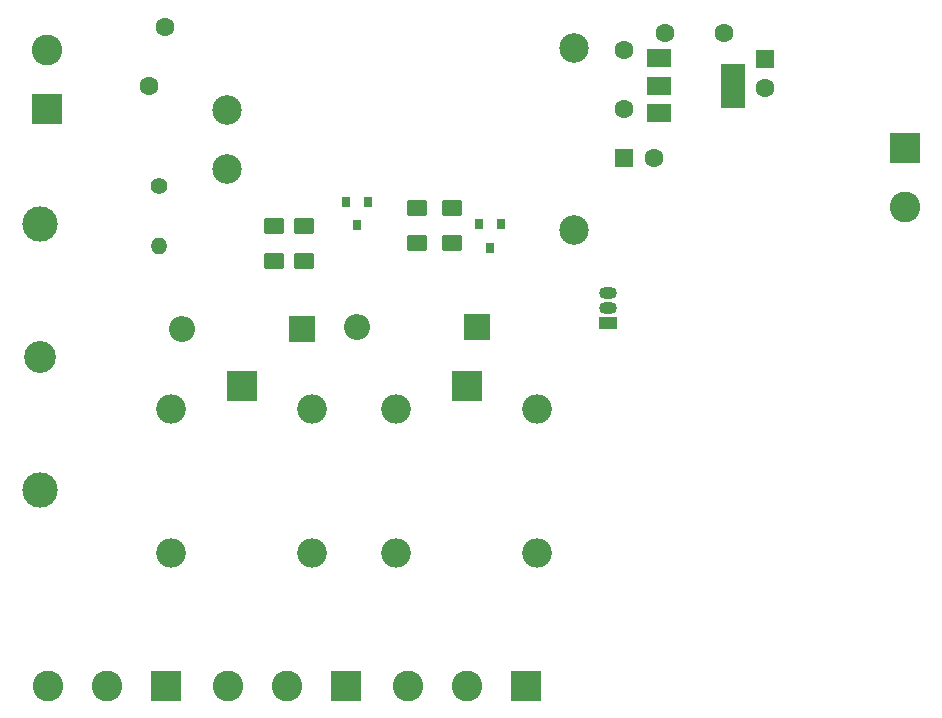
<source format=gbs>
%TF.GenerationSoftware,KiCad,Pcbnew,(6.0.1)*%
%TF.CreationDate,2022-01-24T21:35:52+01:00*%
%TF.ProjectId,SmartSwitch,536d6172-7453-4776-9974-63682e6b6963,rev?*%
%TF.SameCoordinates,Original*%
%TF.FileFunction,Soldermask,Bot*%
%TF.FilePolarity,Negative*%
%FSLAX46Y46*%
G04 Gerber Fmt 4.6, Leading zero omitted, Abs format (unit mm)*
G04 Created by KiCad (PCBNEW (6.0.1)) date 2022-01-24 21:35:52*
%MOMM*%
%LPD*%
G01*
G04 APERTURE LIST*
G04 Aperture macros list*
%AMRoundRect*
0 Rectangle with rounded corners*
0 $1 Rounding radius*
0 $2 $3 $4 $5 $6 $7 $8 $9 X,Y pos of 4 corners*
0 Add a 4 corners polygon primitive as box body*
4,1,4,$2,$3,$4,$5,$6,$7,$8,$9,$2,$3,0*
0 Add four circle primitives for the rounded corners*
1,1,$1+$1,$2,$3*
1,1,$1+$1,$4,$5*
1,1,$1+$1,$6,$7*
1,1,$1+$1,$8,$9*
0 Add four rect primitives between the rounded corners*
20,1,$1+$1,$2,$3,$4,$5,0*
20,1,$1+$1,$4,$5,$6,$7,0*
20,1,$1+$1,$6,$7,$8,$9,0*
20,1,$1+$1,$8,$9,$2,$3,0*%
G04 Aperture macros list end*
%ADD10R,1.600000X1.600000*%
%ADD11C,1.600000*%
%ADD12C,2.500000*%
%ADD13R,2.600000X2.600000*%
%ADD14C,2.600000*%
%ADD15C,1.400000*%
%ADD16O,1.400000X1.400000*%
%ADD17R,2.500000X2.500000*%
%ADD18O,2.500000X2.500000*%
%ADD19R,2.200000X2.200000*%
%ADD20O,2.200000X2.200000*%
%ADD21R,1.500000X1.050000*%
%ADD22O,1.500000X1.050000*%
%ADD23C,2.700000*%
%ADD24C,3.000000*%
%ADD25R,2.000000X1.500000*%
%ADD26R,2.000000X3.800000*%
%ADD27RoundRect,0.250001X0.624999X-0.462499X0.624999X0.462499X-0.624999X0.462499X-0.624999X-0.462499X0*%
%ADD28RoundRect,0.250001X-0.624999X0.462499X-0.624999X-0.462499X0.624999X-0.462499X0.624999X0.462499X0*%
%ADD29R,0.800000X0.900000*%
G04 APERTURE END LIST*
D10*
X163373000Y-89454000D03*
D11*
X163373000Y-91954000D03*
D12*
X117780000Y-93772000D03*
X117780000Y-98772000D03*
X147180000Y-88572000D03*
X147180000Y-103972000D03*
D11*
X159900000Y-87250000D03*
X154900000Y-87250000D03*
D13*
X175184000Y-97000000D03*
D14*
X175184000Y-102000000D03*
D13*
X112650000Y-142540000D03*
D14*
X107650000Y-142540000D03*
X102650000Y-142540000D03*
D11*
X151435000Y-93692000D03*
X151435000Y-88692000D03*
D10*
X151435000Y-97836000D03*
D11*
X153935000Y-97836000D03*
X111250000Y-91750000D03*
X112550000Y-86750000D03*
D13*
X127898500Y-142540000D03*
D14*
X122898500Y-142540000D03*
X117898500Y-142540000D03*
D13*
X143147000Y-142540000D03*
D14*
X138147000Y-142540000D03*
X133147000Y-142540000D03*
D15*
X112065000Y-100249000D03*
D16*
X112065000Y-105329000D03*
D17*
X119050000Y-117140000D03*
D18*
X113050000Y-119140000D03*
X113050000Y-131340000D03*
X125050000Y-131340000D03*
X125050000Y-119140000D03*
D19*
X124130000Y-112314000D03*
D20*
X113970000Y-112314000D03*
D21*
X150038000Y-111806000D03*
D22*
X150038000Y-110536000D03*
X150038000Y-109266000D03*
D17*
X138100000Y-117140000D03*
D18*
X132100000Y-119140000D03*
X132100000Y-131340000D03*
X144100000Y-131340000D03*
X144100000Y-119140000D03*
D19*
X138989000Y-112187000D03*
D20*
X128829000Y-112187000D03*
D13*
X102540000Y-93692000D03*
D14*
X102540000Y-88692000D03*
D23*
X102000000Y-114750000D03*
D24*
X102000000Y-126000000D03*
X102000000Y-103500000D03*
D25*
X154381000Y-94040000D03*
X154381000Y-91740000D03*
X154381000Y-89440000D03*
D26*
X160681000Y-91740000D03*
D27*
X136862990Y-105093343D03*
X136862990Y-102118343D03*
D28*
X121765606Y-103636443D03*
X121765606Y-106611443D03*
X133941990Y-102081843D03*
X133941990Y-105056843D03*
D27*
X124305606Y-106611443D03*
X124305606Y-103636443D03*
D29*
X139121000Y-103456000D03*
X141021000Y-103456000D03*
X140071000Y-105456000D03*
X127871865Y-101588015D03*
X129771865Y-101588015D03*
X128821865Y-103588015D03*
M02*

</source>
